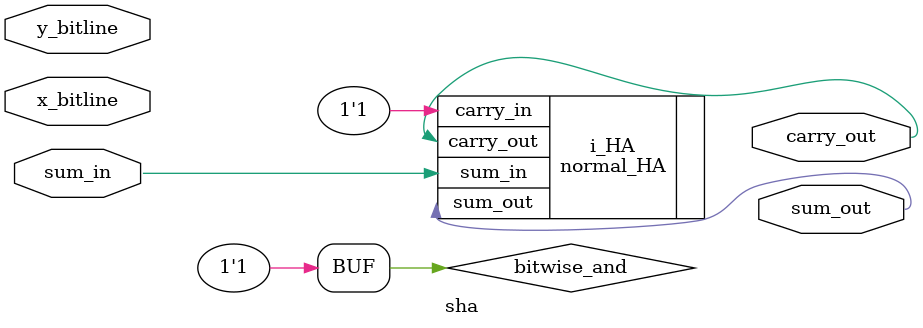
<source format=v>
`timescale 1ns / 1ps


module sha(
    input x_bitline,
    input y_bitline,
    input sum_in,
    output carry_out,
    output sum_out
    );
    
    wire bitwise_and = 1'b1;

    normal_HA i_HA(.sum_in(sum_in),
                   .carry_in(bitwise_and),
                   .sum_out(sum_out),
                   .carry_out(carry_out)
                   );
    
   
//    assign sum_out = (bitwise_and ^ sum_in);
    
//    assign carry_out = (bitwise_and & sum_in);
    
    
endmodule

</source>
